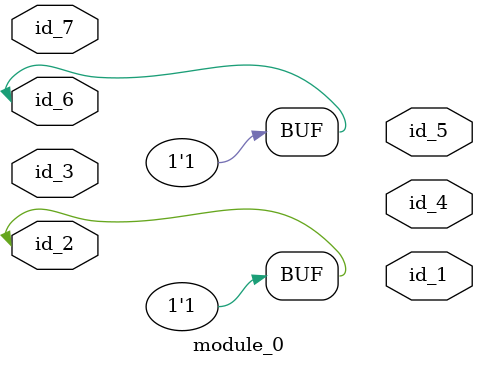
<source format=v>
module module_0 (
    id_1,
    id_2,
    id_3,
    id_4,
    id_5,
    id_6,
    id_7
);
  input id_7;
  inout id_6;
  output id_5;
  output id_4;
  inout id_3;
  inout id_2;
  output id_1;
  assign id_2 = id_6;
  assign id_2 = 1;
endmodule
`define pp_7 0

</source>
